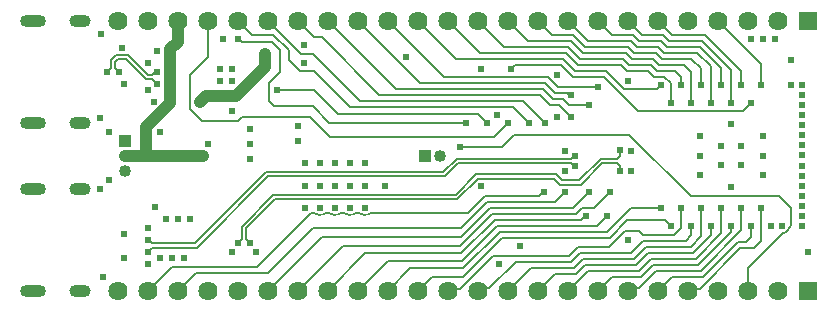
<source format=gbl>
G04*
G04 #@! TF.GenerationSoftware,Altium Limited,Altium Designer,25.7.1 (20)*
G04*
G04 Layer_Physical_Order=4*
G04 Layer_Color=16711680*
%FSLAX25Y25*%
%MOIN*%
G70*
G04*
G04 #@! TF.SameCoordinates,FC8E4296-A409-4092-80C3-4C3ED3C77B16*
G04*
G04*
G04 #@! TF.FilePolarity,Positive*
G04*
G01*
G75*
%ADD11C,0.00600*%
G04:AMPARAMS|DCode=53|XSize=39.37mil|YSize=70.87mil|CornerRadius=19.68mil|HoleSize=0mil|Usage=FLASHONLY|Rotation=270.000|XOffset=0mil|YOffset=0mil|HoleType=Round|Shape=RoundedRectangle|*
%AMROUNDEDRECTD53*
21,1,0.03937,0.03150,0,0,270.0*
21,1,0.00000,0.07087,0,0,270.0*
1,1,0.03937,-0.01575,0.00000*
1,1,0.03937,-0.01575,0.00000*
1,1,0.03937,0.01575,0.00000*
1,1,0.03937,0.01575,0.00000*
%
%ADD53ROUNDEDRECTD53*%
G04:AMPARAMS|DCode=54|XSize=39.37mil|YSize=86.61mil|CornerRadius=19.68mil|HoleSize=0mil|Usage=FLASHONLY|Rotation=270.000|XOffset=0mil|YOffset=0mil|HoleType=Round|Shape=RoundedRectangle|*
%AMROUNDEDRECTD54*
21,1,0.03937,0.04724,0,0,270.0*
21,1,0.00000,0.08661,0,0,270.0*
1,1,0.03937,-0.02362,0.00000*
1,1,0.03937,-0.02362,0.00000*
1,1,0.03937,0.02362,0.00000*
1,1,0.03937,0.02362,0.00000*
%
%ADD54ROUNDEDRECTD54*%
%ADD63C,0.00603*%
%ADD64R,0.04000X0.04000*%
%ADD65C,0.04000*%
%ADD66R,0.06400X0.06400*%
%ADD67C,0.06400*%
%ADD68R,0.04000X0.04000*%
%ADD69C,0.02400*%
%ADD70C,0.04000*%
%ADD78C,0.00600*%
D11*
X256511Y24011D02*
G03*
X258422Y25212I-231J2489D01*
G01*
X105645Y30823D02*
G03*
X105644Y30824I-425J-423D01*
G01*
X115645Y30823D02*
G03*
X115644Y30824I-425J-423D01*
G01*
X100653Y30815D02*
G03*
X104347Y30815I1847J1685D01*
G01*
X110653Y30815D02*
G03*
X114347Y30815I1847J1685D01*
G01*
X100645Y30823D02*
G03*
X100644Y30824I-425J-423D01*
G01*
X110645Y30823D02*
G03*
X110644Y30824I-425J-423D01*
G01*
X99105Y30583D02*
G03*
X99168Y30638I-1605J1917D01*
G01*
X109356Y30824D02*
G03*
X109355Y30824I424J-424D01*
G01*
X119356Y30824D02*
G03*
X119355Y30824I424J-424D01*
G01*
X105653Y30815D02*
G03*
X109347Y30815I1847J1685D01*
G01*
X115653Y30815D02*
G03*
X119347Y30815I1847J1685D01*
G01*
X245000Y12500D02*
X256511Y24011D01*
X259500Y27000D02*
Y32500D01*
X258422Y25212D02*
X259500Y27000D01*
X245000Y5000D02*
Y12500D01*
X109347Y30815D02*
X109355Y30824D01*
X119347Y30815D02*
X119355Y30824D01*
X105468Y31000D02*
X105644Y30824D01*
X115468Y31000D02*
X115644Y30824D01*
X104532Y31000D02*
X105468D01*
X114532D02*
X115468D01*
X104356Y30824D02*
X104532Y31000D01*
X114356Y30824D02*
X114532Y31000D01*
X104347Y30815D02*
X104356Y30824D01*
X114347Y30815D02*
X114356Y30824D01*
X100645Y30823D02*
X100653Y30815D01*
X110645Y30823D02*
X110653Y30815D01*
X151726Y31000D02*
X157426Y36700D01*
X100468Y31000D02*
X100644Y30824D01*
X110468Y31000D02*
X110644Y30824D01*
X99572Y31000D02*
X100468D01*
X109532D02*
X110468D01*
X119532D02*
X151726D01*
X99168Y30638D02*
X99572Y31000D01*
X109356Y30824D02*
X109532Y31000D01*
X119356Y30824D02*
X119532Y31000D01*
X98971Y30471D02*
X99105Y30583D01*
X81500Y13000D02*
X98971Y30471D01*
X105645Y30823D02*
X105653Y30815D01*
X115645Y30823D02*
X115653Y30815D01*
X157426Y36700D02*
X175321D01*
X100000Y66500D02*
X105500Y61000D01*
X85300Y68200D02*
X87000Y66500D01*
X100000D01*
X105500Y61000D02*
X151000D01*
X149554Y26000D02*
X158254Y34700D01*
X100000Y26000D02*
X149554D01*
X85000Y11000D02*
X100000Y26000D01*
X150196Y12500D02*
X162396Y24700D01*
X132500Y12500D02*
X150196D01*
X125000Y5000D02*
X132500Y12500D01*
X149868Y15000D02*
X161568Y26700D01*
X125000Y15000D02*
X149868D01*
X115000Y5000D02*
X125000Y15000D01*
X117500Y17500D02*
X149539D01*
X160740Y28700D01*
X105000Y5000D02*
X117500Y17500D01*
X149211Y20000D02*
X159911Y30700D01*
X110000Y20000D02*
X149211D01*
X95000Y5000D02*
X110000Y20000D01*
X103000Y23000D02*
X149383D01*
X85000Y5000D02*
X103000Y23000D01*
X149383D02*
X159083Y32700D01*
X61000Y11000D02*
X85000D01*
X53000Y13000D02*
X81500D01*
X170200Y68300D02*
X177500Y61000D01*
X115700Y68300D02*
X170200D01*
X108500Y64000D02*
X155000D01*
X158000Y61000D01*
X100500Y72000D02*
X108500Y64000D01*
X88000Y72000D02*
X100500D01*
X76500Y63000D02*
X99000D01*
X105700Y56300D02*
X160300D01*
X99000Y63000D02*
X105700Y56300D01*
X85300Y68200D02*
Y74300D01*
X75000Y61500D02*
X76500Y63000D01*
X63000Y61500D02*
X75000D01*
Y89000D02*
X75207D01*
X76286Y87922D01*
X86422D01*
X59000Y65500D02*
Y77000D01*
Y65500D02*
X63000Y61500D01*
X59000Y77000D02*
X65000Y83000D01*
X85300Y74300D02*
X89000Y78000D01*
Y85343D01*
X86422Y87922D02*
X89000Y85343D01*
X92000Y82000D02*
X95700Y78300D01*
X92000Y82000D02*
Y85172D01*
X86872Y90300D02*
X92000Y85172D01*
X75000Y95000D02*
X79700Y90300D01*
X86872D01*
X95700Y78300D02*
X100500D01*
X65000Y83000D02*
Y95000D01*
X100500Y89500D02*
X103000D01*
X122200Y70300D02*
X175896D01*
X103000Y89500D02*
X122200Y70300D01*
X95000Y95000D02*
X100500Y89500D01*
X96000Y84000D02*
X100000D01*
X115700Y68300D01*
X85000Y95000D02*
X96000Y84000D01*
X112500Y66300D02*
X166700D01*
X100500Y78300D02*
X112500Y66300D01*
X226000Y36500D02*
X255500D01*
X205500Y57000D02*
X226000Y36500D01*
X167000Y57000D02*
X205500D01*
X149000Y53000D02*
X163000D01*
X167000Y57000D01*
X255500Y36500D02*
X259500Y32500D01*
X160300Y56300D02*
X165000Y61000D01*
X166700Y66300D02*
X172000Y61000D01*
X175896Y70300D02*
X179196Y67000D01*
X182000D01*
X186000Y63000D01*
X105000Y95000D02*
X127700Y72300D01*
X176725D01*
X180025Y69000D01*
X183339D01*
X185339Y67000D01*
X192000D01*
X115000Y95000D02*
X135700Y74300D01*
X177553D01*
X180853Y71000D01*
X184779D01*
X185700Y70079D02*
X186079D01*
X184779Y71000D02*
X185700Y70079D01*
X125000Y95000D02*
X143700Y76300D01*
X178382D01*
X181682Y73000D01*
X195000D01*
X197053Y76300D02*
X208553Y64800D01*
X167300Y80300D02*
X182729D01*
X208553Y64800D02*
X243493D01*
X182729Y80300D02*
X186730Y76300D01*
X197053D01*
X197882Y78300D02*
X203882Y72300D01*
X187558Y78300D02*
X197882D01*
X183558Y82300D02*
X187558Y78300D01*
X203882Y72300D02*
X214750D01*
X184386Y84300D02*
X188386Y80300D01*
X204730Y78300D02*
X211901D01*
X188386Y80300D02*
X202730D01*
X204730Y78300D01*
X205558Y80300D02*
X212730D01*
X185257Y86257D02*
X189215Y82300D01*
X203558D01*
X205558Y80300D01*
X186043Y88300D02*
X190043Y84300D01*
X206386Y82300D02*
X213558D01*
X190043Y84300D02*
X204386D01*
X206386Y82300D01*
X186872Y90300D02*
X190872Y86300D01*
X207215Y84300D02*
X214386D01*
X190872Y86300D02*
X205215D01*
X207215Y84300D01*
X185000Y95000D02*
X191700Y88300D01*
X206043D01*
X208043Y86300D02*
X215215D01*
X206043Y88300D02*
X208043Y86300D01*
X206872Y90300D02*
X208872Y88300D01*
X216043D01*
X199700Y90300D02*
X206872D01*
X195000Y95000D02*
X199700Y90300D01*
X166000Y79000D02*
X167300Y80300D01*
X243493Y64800D02*
X246193Y67500D01*
X214750Y72300D02*
X215950Y73500D01*
X216035D01*
X147700Y82300D02*
X183558D01*
X135000Y95000D02*
X147700Y82300D01*
X45000Y5000D02*
X53000Y13000D01*
X175321Y36700D02*
X176621Y38000D01*
X177000D01*
X55000Y5000D02*
X61000Y11000D01*
X158254Y34700D02*
X180700D01*
X184000Y38000D01*
X159083Y32700D02*
X186872D01*
X192000Y37828D01*
Y38000D01*
X159911Y30700D02*
X187700D01*
X189700Y32700D02*
X193700D01*
X187700Y30700D02*
X189700Y32700D01*
X193700D02*
X199000Y38000D01*
X160740Y28700D02*
X189321D01*
X190621Y30000D02*
X191000D01*
X189321Y28700D02*
X190621Y30000D01*
X161568Y26700D02*
X194700D01*
X198000Y30000D01*
X217568Y28400D02*
X219468Y26500D01*
X204753Y28400D02*
X217568D01*
X199053Y22700D02*
X204753Y28400D01*
X162396Y24700D02*
X198225D01*
X206025Y32500D01*
X216083D01*
X163225Y22700D02*
X199053D01*
X135000Y5000D02*
X139700Y9700D01*
X150225D01*
X163225Y22700D01*
X180700Y10700D02*
X187872D01*
X190872Y13700D01*
X175000Y5000D02*
X180700Y10700D01*
X165000Y5000D02*
X172700Y12700D01*
X187043D02*
X190043Y15700D01*
X172700Y12700D02*
X187043D01*
X186215Y14700D02*
X189215Y17700D01*
X167700Y14700D02*
X186215D01*
X158823Y5823D02*
X167700Y14700D01*
X185386Y16700D02*
X188386Y19700D01*
X160053Y16700D02*
X185386D01*
X145647Y5647D02*
X149000D01*
X145000Y5000D02*
X145647Y5647D01*
X149000D02*
X160053Y16700D01*
X188386Y19700D02*
X198882D01*
X204082Y24900D01*
X208900D01*
X210100Y23700D01*
X220487D01*
X222776Y25989D02*
Y32500D01*
X220487Y23700D02*
X222776Y25989D01*
X155823Y5823D02*
X158823D01*
X155000Y5000D02*
X155823Y5823D01*
X189215Y17700D02*
X206158D01*
X210158Y21700D02*
X224300D01*
X206158Y17700D02*
X210158Y21700D01*
X226161Y23561D02*
Y26500D01*
X224300Y21700D02*
X226161Y23561D01*
X190043Y15700D02*
X206986D01*
X210986Y19700D01*
X226083D01*
X190872Y13700D02*
X207815D01*
X211815Y17700D01*
X226911D01*
X191700Y11700D02*
X208643D01*
X212643Y15700D01*
X227740D01*
X199700Y9700D02*
X209472D01*
X213472Y13700D01*
X228568D01*
X214300Y11700D02*
X229396D01*
X208623Y6023D02*
X214300Y11700D01*
X205000Y5000D02*
X206023Y6023D01*
X208623D01*
X226083Y19700D02*
X229468Y23086D01*
Y32500D01*
X226911Y17700D02*
X232854Y23643D01*
Y26500D01*
X185000Y5000D02*
X191700Y11700D01*
X236161Y24122D02*
Y32500D01*
X227740Y15700D02*
X236161Y24122D01*
X195000Y5000D02*
X199700Y9700D01*
X239279Y26232D02*
X239547Y26500D01*
X239279Y24411D02*
Y26232D01*
X228568Y13700D02*
X239279Y24411D01*
X242854Y25158D02*
Y32500D01*
X229396Y11700D02*
X242854Y25158D01*
X215000Y5000D02*
X219700Y9700D01*
X230225D01*
X241625Y21100D02*
X244500D01*
X230225Y9700D02*
X241625Y21100D01*
X244500D02*
X246240Y22840D01*
Y26500D01*
X225647Y5647D02*
X229000D01*
X225000Y5000D02*
X225647Y5647D01*
X229000D02*
X242453Y19100D01*
X247000D01*
X249547Y21647D02*
Y32500D01*
X247000Y19100D02*
X249547Y21647D01*
X213901Y76300D02*
X217200D01*
X219421Y67500D02*
Y74079D01*
X217200Y76300D02*
X219421Y74079D01*
X222728Y73500D02*
Y76272D01*
X214729Y78300D02*
X220700D01*
X222728Y76272D01*
X229421Y73500D02*
Y79079D01*
X226200Y82300D02*
X229421Y79079D01*
X216386Y82300D02*
X226200D01*
X215558Y80300D02*
X223700D01*
X226114Y77886D01*
Y67500D02*
Y77886D01*
X145000Y95000D02*
X155700Y84300D01*
X184386D01*
X211901Y78300D02*
X213901Y76300D01*
X155000Y95000D02*
X163700Y86300D01*
X185215D01*
X212730Y80300D02*
X214729Y78300D01*
X165000Y95000D02*
X171700Y88300D01*
X186043D01*
X213558Y82300D02*
X215558Y80300D01*
X175000Y95000D02*
X179700Y90300D01*
X186872D01*
X214386Y84300D02*
X216386Y82300D01*
X215215Y86300D02*
X217215Y84300D01*
X228215D02*
X232807Y79708D01*
X217215Y84300D02*
X228215D01*
X232807Y67500D02*
Y79708D01*
X218043Y86300D02*
X229043D01*
X216043Y88300D02*
X218043Y86300D01*
X229043D02*
X236114Y79229D01*
Y73500D02*
Y79229D01*
X209700Y90300D02*
X216872D01*
X205000Y95000D02*
X209700Y90300D01*
X216872D02*
X218872Y88300D01*
X229872D01*
X239500Y78672D01*
Y67500D02*
Y78672D01*
X230700Y90300D02*
X242807Y78193D01*
X219700Y90300D02*
X230700D01*
X235000Y95000D02*
X249500Y80500D01*
X242807Y73500D02*
Y78193D01*
X215000Y95000D02*
X219700Y90300D01*
X249500Y73500D02*
Y80500D01*
D53*
X22500Y60984D02*
D03*
Y95000D02*
D03*
Y39016D02*
D03*
Y5000D02*
D03*
D54*
X6752Y60984D02*
D03*
Y95000D02*
D03*
Y39016D02*
D03*
Y5000D02*
D03*
D63*
X35097Y82097D02*
X37919D01*
X38500Y83500D02*
X45097Y76903D01*
X34201Y81201D02*
X35097Y82097D01*
X37919D02*
X44516Y75500D01*
X34516Y83500D02*
X38500D01*
X32798Y81783D02*
X34516Y83500D01*
X32798Y79299D02*
Y81783D01*
X34201Y79299D02*
Y81201D01*
X45097Y76903D02*
X46417D01*
X44516Y75500D02*
X46500D01*
X46417Y76903D02*
X47514Y78000D01*
X48000D01*
X46500Y75500D02*
X48000Y74000D01*
X31500Y78000D02*
X32798Y79299D01*
X34201D02*
X35500Y78000D01*
X45000Y22000D02*
X46299Y20701D01*
X60717D01*
X45000Y18000D02*
X46299Y19298D01*
X61299D01*
X60717Y20701D02*
X84516Y44500D01*
X61299Y19298D02*
X85097Y43097D01*
X144097D01*
X84516Y44500D02*
X143516D01*
X148017Y49002D01*
X144097Y43097D02*
X148599Y47598D01*
X186248D01*
X148017Y49002D02*
X186248D01*
X187247Y46600D02*
X187500D01*
X186248Y47598D02*
X187247Y46600D01*
Y50000D02*
X187500D01*
X186248Y49002D02*
X187247Y50000D01*
X196598Y47598D02*
X201401D01*
X202465Y44835D02*
X202500Y44800D01*
X202465Y44835D02*
Y46535D01*
X201401Y47598D02*
X202465Y46535D01*
X202500Y50000D02*
Y51800D01*
X201501Y49002D02*
X202500Y50000D01*
X196017Y49002D02*
X201501D01*
X76298Y26283D02*
X86919Y36903D01*
X77701Y25701D02*
X87500Y35500D01*
X77701Y22178D02*
Y25701D01*
X76298Y22178D02*
Y26283D01*
X86919Y36903D02*
X147664D01*
X75000Y21000D02*
X75120D01*
X77701Y22178D02*
X78880Y21000D01*
X79000D01*
X75120D02*
X76298Y22178D01*
X87500Y35500D02*
X148245D01*
X147664Y36903D02*
X154466Y43705D01*
X148245Y35500D02*
X155047Y42301D01*
X180466D01*
X154466Y43705D02*
X181047D01*
X183047Y41704D01*
X180466Y42301D02*
X182466Y40301D01*
X189302D01*
X183047Y41704D02*
X188720D01*
X189302Y40301D02*
X196598Y47598D01*
X188720Y41704D02*
X196017Y49002D01*
D64*
X137500Y50000D02*
D03*
D65*
X142500D02*
D03*
X37500Y45000D02*
D03*
Y50000D02*
D03*
D66*
X265000Y5000D02*
D03*
Y95000D02*
D03*
D67*
X255000Y5000D02*
D03*
X245000D02*
D03*
X235000D02*
D03*
X225000D02*
D03*
X215000D02*
D03*
X205000D02*
D03*
X195000D02*
D03*
X185000D02*
D03*
X175000D02*
D03*
X165000D02*
D03*
X155000D02*
D03*
X145000D02*
D03*
X135000D02*
D03*
X125000D02*
D03*
X115000D02*
D03*
X105000D02*
D03*
X95000D02*
D03*
X85000D02*
D03*
X75000D02*
D03*
X65000D02*
D03*
X55000D02*
D03*
X45000D02*
D03*
X35000D02*
D03*
X255000Y95000D02*
D03*
X245000D02*
D03*
X235000D02*
D03*
X225000D02*
D03*
X215000D02*
D03*
X205000D02*
D03*
X195000D02*
D03*
X185000D02*
D03*
X175000D02*
D03*
X165000D02*
D03*
X155000D02*
D03*
X145000D02*
D03*
X135000D02*
D03*
X125000D02*
D03*
X115000D02*
D03*
X105000D02*
D03*
X95000D02*
D03*
X85000D02*
D03*
X75000D02*
D03*
X65000D02*
D03*
X55000D02*
D03*
X45000D02*
D03*
X35000D02*
D03*
D68*
X37500Y55000D02*
D03*
D69*
X177500Y61000D02*
D03*
X181500Y63000D02*
D03*
X75000Y89000D02*
D03*
X84000Y84000D02*
D03*
X62500Y68000D02*
D03*
X49000Y58000D02*
D03*
X63500Y50000D02*
D03*
X29500Y90500D02*
D03*
X32000Y58000D02*
D03*
X29000Y62500D02*
D03*
X45000Y72018D02*
D03*
Y81000D02*
D03*
X36500Y86000D02*
D03*
X37000Y74000D02*
D03*
X31500Y78000D02*
D03*
X35500D02*
D03*
X48000Y74000D02*
D03*
Y78000D02*
D03*
X184000Y51500D02*
D03*
Y45000D02*
D03*
X45000Y22000D02*
D03*
Y18000D02*
D03*
X187500Y46600D02*
D03*
Y50000D02*
D03*
X206000Y45000D02*
D03*
Y51500D02*
D03*
X81000Y18000D02*
D03*
X73000D02*
D03*
X79000Y21000D02*
D03*
X75000D02*
D03*
X202500Y44800D02*
D03*
Y51800D02*
D03*
X32000Y42000D02*
D03*
X29000Y39000D02*
D03*
X47500Y33000D02*
D03*
X45000Y26000D02*
D03*
Y14018D02*
D03*
X37000Y24000D02*
D03*
Y16000D02*
D03*
X30000Y9500D02*
D03*
X49000Y16000D02*
D03*
X53000D02*
D03*
X57000D02*
D03*
X51000Y29000D02*
D03*
X55000D02*
D03*
X59000D02*
D03*
X97500Y47500D02*
D03*
X102500D02*
D03*
X107500D02*
D03*
X112500D02*
D03*
X117500D02*
D03*
X97500Y40000D02*
D03*
X102500D02*
D03*
X107500D02*
D03*
X112500D02*
D03*
X117500D02*
D03*
Y32500D02*
D03*
X112500D02*
D03*
X107500D02*
D03*
X102500D02*
D03*
X97500D02*
D03*
X124000Y40000D02*
D03*
X149000Y53000D02*
D03*
X165000Y61000D02*
D03*
X69000Y75000D02*
D03*
X73000D02*
D03*
Y79000D02*
D03*
X69000D02*
D03*
X70000Y89000D02*
D03*
X48000Y85000D02*
D03*
X47000Y68000D02*
D03*
X65000Y54000D02*
D03*
X79000Y49000D02*
D03*
Y54000D02*
D03*
Y59000D02*
D03*
X73000Y65000D02*
D03*
X95000Y55000D02*
D03*
Y60000D02*
D03*
X158000Y61000D02*
D03*
X151000D02*
D03*
X88000Y72000D02*
D03*
X97000Y87000D02*
D03*
Y81000D02*
D03*
X131000Y83000D02*
D03*
X156000Y79000D02*
D03*
X161500Y63500D02*
D03*
X172000Y61000D02*
D03*
X186000Y63000D02*
D03*
X192000Y67000D02*
D03*
X186079Y70079D02*
D03*
X195000Y73000D02*
D03*
X166000Y79000D02*
D03*
X177000Y38000D02*
D03*
X184000D02*
D03*
X192000D02*
D03*
X199000D02*
D03*
X191000Y30000D02*
D03*
X198000D02*
D03*
X156000Y40000D02*
D03*
X162000Y14000D02*
D03*
X169000Y20000D02*
D03*
X205000Y22000D02*
D03*
X265000Y18000D02*
D03*
X254000Y89000D02*
D03*
X250000D02*
D03*
X246000D02*
D03*
X259500Y82000D02*
D03*
X242800Y46800D02*
D03*
X236200D02*
D03*
X242800Y53200D02*
D03*
X236200D02*
D03*
X250008Y56492D02*
D03*
Y49996D02*
D03*
Y43500D02*
D03*
X239508Y60504D02*
D03*
X239500Y39496D02*
D03*
X229000Y43508D02*
D03*
Y50004D02*
D03*
Y56500D02*
D03*
X259539Y73500D02*
D03*
X263004Y73469D02*
D03*
Y70122D02*
D03*
Y66776D02*
D03*
Y63429D02*
D03*
Y60083D02*
D03*
Y56736D02*
D03*
Y53390D02*
D03*
Y50043D02*
D03*
Y46697D02*
D03*
Y43350D02*
D03*
Y40004D02*
D03*
Y36658D02*
D03*
Y33311D02*
D03*
Y29965D02*
D03*
Y26618D02*
D03*
X181500Y77000D02*
D03*
X205000Y75000D02*
D03*
X246193Y67500D02*
D03*
X256279Y26500D02*
D03*
X252933D02*
D03*
X216035Y73500D02*
D03*
X216083Y32500D02*
D03*
X246240Y26500D02*
D03*
X249547Y32500D02*
D03*
X239547Y26500D02*
D03*
X242854Y32500D02*
D03*
X232854Y26500D02*
D03*
X236161Y32500D02*
D03*
X226161Y26500D02*
D03*
X229468Y32500D02*
D03*
X219468Y26500D02*
D03*
X222776Y32500D02*
D03*
X222728Y73500D02*
D03*
X219421Y67500D02*
D03*
X229421Y73500D02*
D03*
X226114Y67500D02*
D03*
X236114Y73500D02*
D03*
X232807Y67500D02*
D03*
X239500D02*
D03*
X242807Y73500D02*
D03*
X249500D02*
D03*
D70*
X84000Y79500D02*
Y84000D01*
X74500Y70000D02*
X84000Y79500D01*
X62500Y68000D02*
X64500Y70000D01*
X74500D01*
X55000Y88000D02*
Y95000D01*
X52500Y85500D02*
X55000Y88000D01*
X52500Y67560D02*
Y85500D01*
X44500Y59560D02*
X52500Y67560D01*
X44500Y50000D02*
Y59560D01*
Y50000D02*
X63500D01*
X37500D02*
X44500D01*
D78*
X104356Y30824D02*
D03*
X114356D02*
D03*
M02*

</source>
